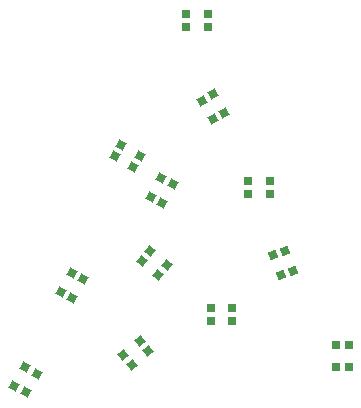
<source format=gtp>
G04 #@! TF.GenerationSoftware,KiCad,Pcbnew,9.0.5*
G04 #@! TF.CreationDate,2025-11-30T01:11:54+01:00*
G04 #@! TF.ProjectId,xmasCrystalBall,786d6173-4372-4797-9374-616c42616c6c,rev?*
G04 #@! TF.SameCoordinates,Original*
G04 #@! TF.FileFunction,Paste,Top*
G04 #@! TF.FilePolarity,Positive*
%FSLAX46Y46*%
G04 Gerber Fmt 4.6, Leading zero omitted, Abs format (unit mm)*
G04 Created by KiCad (PCBNEW 9.0.5) date 2025-11-30 01:11:54*
%MOMM*%
%LPD*%
G01*
G04 APERTURE LIST*
G04 Aperture macros list*
%AMRotRect*
0 Rectangle, with rotation*
0 The origin of the aperture is its center*
0 $1 length*
0 $2 width*
0 $3 Rotation angle, in degrees counterclockwise*
0 Add horizontal line*
21,1,$1,$2,0,0,$3*%
G04 Aperture macros list end*
%ADD10RotRect,0.700000X0.700000X290.000000*%
%ADD11R,0.700000X0.700000*%
%ADD12RotRect,0.700000X0.700000X300.000000*%
%ADD13RotRect,0.700000X0.700000X330.000000*%
%ADD14RotRect,0.700000X0.700000X240.000000*%
%ADD15RotRect,0.700000X0.700000X220.000000*%
%ADD16RotRect,0.700000X0.700000X140.000000*%
%ADD17RotRect,0.700000X0.700000X60.000000*%
G04 APERTURE END LIST*
D10*
X151453883Y-95952071D03*
X150420220Y-96328291D03*
X151046117Y-98047929D03*
X152079780Y-97671709D03*
D11*
X148302413Y-90068814D03*
X148302413Y-91168814D03*
X150132413Y-91168814D03*
X150132413Y-90068814D03*
X156800000Y-103985000D03*
X155700000Y-103985000D03*
X155700000Y-105815000D03*
X156800000Y-105815000D03*
D12*
X145336227Y-82713773D03*
X144383599Y-83263773D03*
X145298599Y-84848599D03*
X146251227Y-84298599D03*
D13*
X137547587Y-87016187D03*
X136997587Y-87968814D03*
X138582413Y-88883813D03*
X139132413Y-87931186D03*
D14*
X134316401Y-98401401D03*
X133363773Y-97851401D03*
X132448773Y-99436227D03*
X133401401Y-99986227D03*
D15*
X139857067Y-104442649D03*
X139150000Y-103600000D03*
X137748139Y-104776301D03*
X138455206Y-105618950D03*
D11*
X143050000Y-75900000D03*
X143050000Y-77000000D03*
X144880000Y-77000000D03*
X144880000Y-75900000D03*
D16*
X140697397Y-98009475D03*
X141404463Y-97166826D03*
X140002603Y-95990525D03*
X139295537Y-96833174D03*
D14*
X141902628Y-90350000D03*
X140950000Y-89800000D03*
X140035000Y-91384826D03*
X140987628Y-91934826D03*
D17*
X128516186Y-107417413D03*
X129468814Y-107967413D03*
X130383814Y-106382587D03*
X129431186Y-105832587D03*
D11*
X145135000Y-100850000D03*
X145135000Y-101950000D03*
X146965000Y-101950000D03*
X146965000Y-100850000D03*
M02*

</source>
